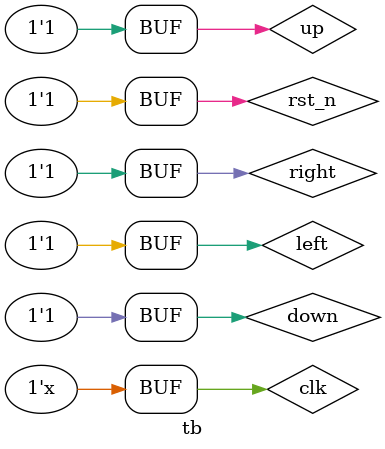
<source format=v>


`timescale 1ns/1ps


module tb();

   reg clk;
	reg rst_n;

	reg left;
	reg right;
	reg up;
	reg down;
	
	   wire               beep;          //输出蜂鸣器控制信号
	  wire    [3:0]   led_out;        //输出控制led灯
	
	  wire            stcp;   //输出数据存储寄时钟
     wire            shcp;   //移位寄存器的时钟输入
     wire            ds  ;   //串行数据输入
     wire            oe  ;   //输出使能信号

	  wire   hsync;
	  wire   vsync;
	  wire    [15:0]  rgb;            //输出像素信息
	  
	  initial begin
	    left=1;
		  right=1;
		  up=1;
		  down=1;
		  clk=0;
		  rst_n=0;
		  
		  #1000;
		  rst_n=1;
	  end
	  
	  always #(10) clk =~clk;

top_greedy_snake
Utop_greedy_snake(
         .clk(clk),
	      .rst_n(rst_n),
	
	      .left(left),
         .right(right),
         .up(up),
	      .down(down),
	
          .beep(beep),           //输出蜂鸣器控制信号
          .led_out(led_out),        //输出控制led灯

           .stcp(stcp)        ,   //输出数据存储寄时钟
           .shcp(shcp)        ,   //移位寄存器的时钟输入
           .ds(ds)          ,   //串行数据输入
           .oe(oe)          ,   //输出使能信号

	        .hsync(hsync),
	        .vsync(vsync),
	        .rgb(rgb)            //输出像素信息

	
);


endmodule


</source>
